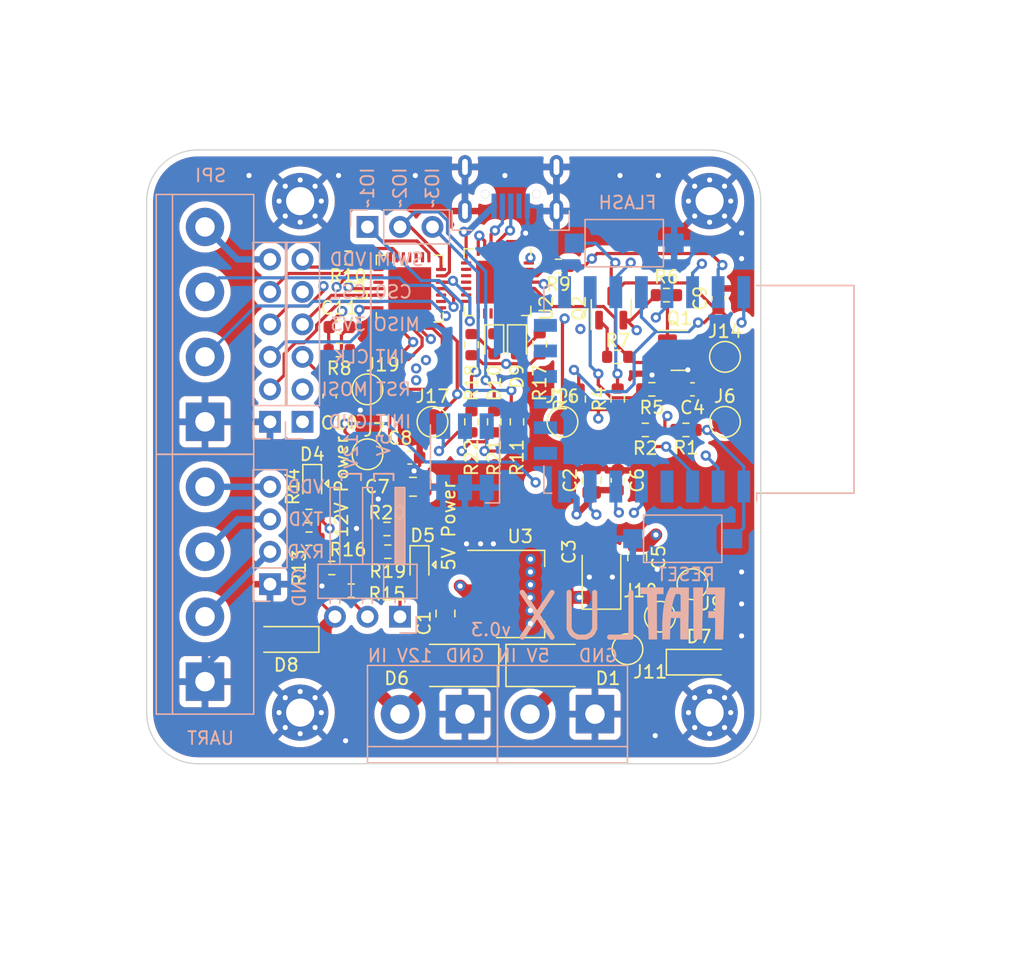
<source format=kicad_pcb>
(kicad_pcb (version 20211014) (generator pcbnew)

  (general
    (thickness 1.76)
  )

  (paper "A4")
  (layers
    (0 "F.Cu" signal)
    (1 "In1.Cu" signal)
    (2 "In2.Cu" signal)
    (31 "B.Cu" signal)
    (32 "B.Adhes" user "B.Adhesive")
    (33 "F.Adhes" user "F.Adhesive")
    (34 "B.Paste" user)
    (35 "F.Paste" user)
    (36 "B.SilkS" user "B.Silkscreen")
    (37 "F.SilkS" user "F.Silkscreen")
    (38 "B.Mask" user)
    (39 "F.Mask" user)
    (40 "Dwgs.User" user "User.Drawings")
    (41 "Cmts.User" user "User.Comments")
    (42 "Eco1.User" user "User.Eco1")
    (43 "Eco2.User" user "User.Eco2")
    (44 "Edge.Cuts" user)
    (45 "Margin" user)
    (46 "B.CrtYd" user "B.Courtyard")
    (47 "F.CrtYd" user "F.Courtyard")
    (48 "B.Fab" user)
    (49 "F.Fab" user)
  )

  (setup
    (stackup
      (layer "F.SilkS" (type "Top Silk Screen"))
      (layer "F.Paste" (type "Top Solder Paste"))
      (layer "F.Mask" (type "Top Solder Mask") (color "Black") (thickness 0.01))
      (layer "F.Cu" (type "copper") (thickness 0.035))
      (layer "dielectric 1" (type "core") (thickness 0.4) (material "FR4") (epsilon_r 4.5) (loss_tangent 0.02))
      (layer "In1.Cu" (type "copper") (thickness 0.035))
      (layer "dielectric 2" (type "prepreg") (thickness 0.8) (material "FR4") (epsilon_r 4.5) (loss_tangent 0.02))
      (layer "In2.Cu" (type "copper") (thickness 0.035))
      (layer "dielectric 3" (type "core") (thickness 0.4) (material "FR4") (epsilon_r 4.5) (loss_tangent 0.02))
      (layer "B.Cu" (type "copper") (thickness 0.035))
      (layer "B.Mask" (type "Bottom Solder Mask") (color "Black") (thickness 0.01))
      (layer "B.Paste" (type "Bottom Solder Paste"))
      (layer "B.SilkS" (type "Bottom Silk Screen"))
      (copper_finish "None")
      (dielectric_constraints no)
    )
    (pad_to_mask_clearance 0)
    (pcbplotparams
      (layerselection 0x00010fc_ffffffff)
      (disableapertmacros false)
      (usegerberextensions false)
      (usegerberattributes true)
      (usegerberadvancedattributes true)
      (creategerberjobfile true)
      (svguseinch false)
      (svgprecision 6)
      (excludeedgelayer true)
      (plotframeref false)
      (viasonmask false)
      (mode 1)
      (useauxorigin false)
      (hpglpennumber 1)
      (hpglpenspeed 20)
      (hpglpendiameter 15.000000)
      (dxfpolygonmode true)
      (dxfimperialunits true)
      (dxfusepcbnewfont true)
      (psnegative false)
      (psa4output false)
      (plotreference true)
      (plotvalue true)
      (plotinvisibletext false)
      (sketchpadsonfab false)
      (subtractmaskfromsilk false)
      (outputformat 1)
      (mirror false)
      (drillshape 0)
      (scaleselection 1)
      (outputdirectory "gen")
    )
  )

  (net 0 "")
  (net 1 "GND")
  (net 2 "/Power/LDO_IN")
  (net 3 "+3V3")
  (net 4 "nRST")
  (net 5 "+5V")
  (net 6 "Net-(D12-Pad4)")
  (net 7 "Net-(D12-Pad5)")
  (net 8 "Net-(D4-Pad2)")
  (net 9 "SEN_5V")
  (net 10 "+12V")
  (net 11 "VOUT")
  (net 12 "TXD0")
  (net 13 "RXD0")
  (net 14 "SCLK")
  (net 15 "MOSI")
  (net 16 "ADC")
  (net 17 "RTS")
  (net 18 "DTR")
  (net 19 "EN")
  (net 20 "Net-(R9-Pad2)")
  (net 21 "SEN_12V")
  (net 22 "Net-(D12-Pad6)")
  (net 23 "CS0")
  (net 24 "GPIO1")
  (net 25 "FLSH")
  (net 26 "Net-(Q1-Pad1)")
  (net 27 "Net-(Q2-Pad1)")
  (net 28 "Net-(D9-Pad2)")
  (net 29 "/TXLED")
  (net 30 "Net-(D10-Pad2)")
  (net 31 "/RXLED")
  (net 32 "GPIO2")
  (net 33 "GPIO3")
  (net 34 "/Ext-IO/INIT_{IN}")
  (net 35 "/Ext-IO/INIT_{OUT}")
  (net 36 "~{BUSRST}")
  (net 37 "~{INT}")
  (net 38 "MISO")
  (net 39 "Net-(R19-Pad1)")
  (net 40 "unconnected-(U1-Pad14)")
  (net 41 "unconnected-(U1-Pad13)")
  (net 42 "unconnected-(U1-Pad12)")
  (net 43 "unconnected-(U1-Pad11)")
  (net 44 "unconnected-(U1-Pad10)")
  (net 45 "unconnected-(U1-Pad9)")
  (net 46 "unconnected-(U1-Pad4)")
  (net 47 "unconnected-(U2-Pad2)")
  (net 48 "unconnected-(U2-Pad1)")
  (net 49 "unconnected-(U4-Pad2)")
  (net 50 "unconnected-(U4-Pad1)")
  (net 51 "unconnected-(U4-Pad9)")
  (net 52 "unconnected-(U2-Pad9)")
  (net 53 "unconnected-(U2-Pad27)")
  (net 54 "unconnected-(U2-Pad23)")
  (net 55 "unconnected-(U2-Pad22)")
  (net 56 "unconnected-(U2-Pad21)")
  (net 57 "unconnected-(U2-Pad20)")
  (net 58 "unconnected-(U2-Pad17)")
  (net 59 "unconnected-(U2-Pad16)")
  (net 60 "unconnected-(U2-Pad15)")
  (net 61 "unconnected-(U2-Pad14)")
  (net 62 "unconnected-(U2-Pad13)")
  (net 63 "unconnected-(U2-Pad12)")
  (net 64 "unconnected-(U2-Pad11)")
  (net 65 "unconnected-(U2-Pad10)")
  (net 66 "unconnected-(J1-Pad4)")
  (net 67 "Net-(J1-Pad3)")
  (net 68 "Net-(J1-Pad2)")
  (net 69 "unconnected-(U4-Pad10)")
  (net 70 "unconnected-(U4-Pad16)")
  (net 71 "unconnected-(U4-Pad17)")
  (net 72 "unconnected-(U4-Pad18)")
  (net 73 "unconnected-(U4-Pad19)")
  (net 74 "unconnected-(U4-Pad22)")
  (net 75 "unconnected-(U4-Pad24)")
  (net 76 "SWCLK")
  (net 77 "SWDIO")
  (net 78 "SPI2_MOSI")
  (net 79 "SPI2_SCK")

  (footprint "Capacitor_SMD:C_0805_2012Metric" (layer "F.Cu") (at 54.356 63.246 90))

  (footprint "Capacitor_Tantalum_SMD:CP_EIA-3528-21_Kemet-B" (layer "F.Cu") (at 66.548 60.452 90))

  (footprint "Capacitor_SMD:C_0603_1608Metric" (layer "F.Cu") (at 73.66 45.72 180))

  (footprint "Capacitor_SMD:C_0805_2012Metric" (layer "F.Cu") (at 69.342 58.862 -90))

  (footprint "Capacitor_SMD:C_0603_1608Metric" (layer "F.Cu") (at 67.818 52.832 90))

  (footprint "Capacitor_SMD:C_0805_2012Metric" (layer "F.Cu") (at 51.816 53.34))

  (footprint "Diode_SMD:D_SMA" (layer "F.Cu") (at 62.484 67.31))

  (footprint "Diode_SMD:D_SMA" (layer "F.Cu") (at 55.118 67.31 180))

  (footprint "Diode_SMD:D_MiniMELF" (layer "F.Cu") (at 74.168 67.056))

  (footprint "Diode_SMD:D_MiniMELF" (layer "F.Cu") (at 41.91 65.278 180))

  (footprint "MountingHole:MountingHole_2.2mm_M2_Pad_Via" (layer "F.Cu") (at 75 31))

  (footprint "MountingHole:MountingHole_2.2mm_M2_Pad_Via" (layer "F.Cu") (at 43 31))

  (footprint "MountingHole:MountingHole_2.2mm_M2_Pad_Via" (layer "F.Cu") (at 43 71))

  (footprint "MountingHole:MountingHole_2.2mm_M2_Pad_Via" (layer "F.Cu") (at 75 71))

  (footprint "TestPoint:TestPoint_Pad_D2.0mm" (layer "F.Cu") (at 76.2 48.26))

  (footprint "TestPoint:TestPoint_Pad_D2.0mm" (layer "F.Cu") (at 48.26 50.8))

  (footprint "TestPoint:TestPoint_Pad_D2.0mm" (layer "F.Cu") (at 73.66 60.96))

  (footprint "TestPoint:TestPoint_Pad_D2.0mm" (layer "F.Cu") (at 71.12 63.5))

  (footprint "TestPoint:TestPoint_Pad_D2.0mm" (layer "F.Cu") (at 68.58 66.04))

  (footprint "Resistor_SMD:R_0603_1608Metric" (layer "F.Cu") (at 73.152 48.895))

  (footprint "Resistor_SMD:R_0603_1608Metric" (layer "F.Cu") (at 69.977 48.895 180))

  (footprint "Resistor_SMD:R_0603_1608Metric" (layer "F.Cu") (at 64.77 46.482 90))

  (footprint "Resistor_SMD:R_0603_1608Metric" (layer "F.Cu") (at 67.818 46.482 90))

  (footprint "Resistor_SMD:R_0603_1608Metric" (layer "F.Cu") (at 70.485 45.72 180))

  (footprint "Resistor_SMD:R_0603_1608Metric" (layer "F.Cu") (at 71.628 38.354))

  (footprint "Resistor_SMD:R_0603_1608Metric" (layer "F.Cu") (at 67.818 43.18 180))

  (footprint "Resistor_SMD:R_0603_1608Metric" (layer "F.Cu") (at 46.99 61.468 180))

  (footprint "Resistor_SMD:R_0603_1608Metric" (layer "F.Cu") (at 45.466 59.69))

  (footprint "Package_DFN_QFN:QFN-28-1EP_5x5mm_P0.5mm_EP3.35x3.35mm" (layer "F.Cu") (at 58.42 37.338 -90))

  (footprint "Package_TO_SOT_SMD:SOT-223-3_TabPin2" (layer "F.Cu") (at 60.198 61.722))

  (footprint "Resistor_SMD:R_0603_1608Metric" (layer "F.Cu") (at 63.183 36.068 180))

  (footprint "Capacitor_SMD:C_0805_2012Metric" (layer "F.Cu") (at 65.786 52.832 90))

  (footprint "Capacitor_SMD:C_0603_1608Metric" (layer "F.Cu") (at 75.692 38.608 90))

  (footprint "TestPoint:TestPoint_Pad_D2.0mm" (layer "F.Cu") (at 76.2 43.18))

  (footprint "Package_TO_SOT_SMD:SOT-23" (layer "F.Cu") (at 72.644 42.672))

  (footprint "Package_TO_SOT_SMD:SOT-23" (layer "F.Cu") (at 67.31 39.37 90))

  (footprint "LED_SMD:LED_0603_1608Metric" (layer "F.Cu") (at 58.166 42.164 -90))

  (footprint "Resistor_SMD:R_0603_1608Metric" (layer "F.Cu") (at 61.722 42.164 -90))

  (footprint "Resistor_SMD:R_0603_1608Metric" (layer "F.Cu") (at 56.388 42.227 -90))

  (footprint "LED_SMD:LED_0603_1608Metric" (layer "F.Cu") (at 59.944 42.164 -90))

  (footprint "Capacitor_SMD:C_0603_1608Metric" (layer "F.Cu") (at 51.562 51.054))

  (footprint "TestPoint:TestPoint_Pad_D2.0mm" (layer "F.Cu") (at 48.26 45.72))

  (footprint "Resistor_SMD:R_0603_1608Metric" (layer "F.Cu") (at 49.784 56.642 180))

  (footprint "Resistor_SMD:R_0603_1608Metric" (layer "F.Cu") (at 59.944 48.26 90))

  (footprint "Resistor_SMD:R_0603_1608Metric" (layer "F.Cu") (at 43.688 57.404 180))

  (footprint "TestPoint:TestPoint_Pad_D2.0mm" (layer "F.Cu") (at 53.34 48.26))

  (footprint "Package_DFN_QFN:QFN-28-1EP_5x5mm_P0.5mm_EP3.35x3.35mm" (layer "F.Cu") (at 51.562 37.846 90))

  (footprint "LED_SMD:LED_0603_1608Metric" (layer "F.Cu") (at 43.942 53.086 -90))

  (footprint "Capacitor_SMD:C_0603_1608Metric" (layer "F.Cu") (at 46.05 40.85))

  (footprint "Resistor_SMD:R_0603_1608Metric" (layer "F.Cu") (at 46.736 35.433 180))

  (footprint "Capacitor_SMD:C_0603_1608Metric" (layer "F.Cu") (at 45.3 46.25 -90))

  (footprint "Resistor_SMD:R_0603_1608Metric" (layer "F.Cu") (at 43.688 55.626))

  (footprint "Resistor_SMD:R_0603_1608Metric" (layer "F.Cu") (at 46.05 42.65 180))

  (footprint "LED_SMD:LED_0603_1608Metric" (layer "F.Cu") (at 52.324 59.436 -90))

  (footprint "Resistor_SMD:R_0603_1608Metric" (layer "F.Cu") (at 49.847 58.42))

  (footprint "Resistor_SMD:R_0603_1608Metric" (layer "F.Cu") (at 58.166 48.26 90))

  (footprint "TestPoint:TestPoint_Pad_D2.0mm" (layer "F.Cu") (at 63.5 48.26))

  (footprint "Resistor_SMD:R_0603_1608Metric" (layer "F.Cu") (at 56.388 48.26 90))

  (footprint "TerminalBlock:TerminalBlock_bornier-4_P5.08mm" (layer "B.Cu") (at 35.56 68.58 90))

  (footprint "TerminalBlock:TerminalBlock_bornier-2_P5.08mm" (layer "B.Cu") (at 66.04 71.12 180))

  (footprint "TerminalBlock:TerminalBlock_bornier-4_P5.08mm" (layer "B.Cu") (at 35.56 48.26 90))

  (footprint "Connector_PinHeader_2.54mm:PinHeader_1x03_P2.54mm_Horizontal" (layer "B.Cu")
    (tedit 59FED5CB) (tstamp 00000000-0000-0000-0000-00006091b2af)
    (at 50.8 63.5 90)
    (descr "Through hole angled pin header, 1x03, 2.54mm pitch, 6mm pin length, single row")
    (tags "Through hole angled pin header THT 1x03 2.54mm single row")
    (property "LCSC" "-")
    (property "Sheetfile" "power.kicad_sch")
    (property "Sheetname" "Power")
    (path "/00000000-0000-0000-0000-00006078273a/00000000-0000-0000-0000-000060929628")
    (attr through_hole)
    (fp_text reference "J5" (at 2.54 2.286 90) (layer "B.SilkS") hide
      (effects (font (size 1 1) (thickness 0.15)) (justify mirror))
      (tstamp 9c90776a-359e-4326-bf78-74352905f232)
    )
    (fp_text value "Conn_01x03_Male" (at 4.385 -7.35 90) (layer "B.Fab")
      (effects (font (size 1 1) (thickness 0.15)) (justify mirror))
      (tstamp 5d290d08-45d5-4ce0-b48a-a1afd050aacb)
   
... [1192459 chars truncated]
</source>
